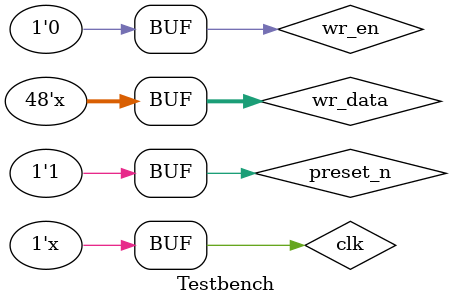
<source format=v>
`timescale 1ns / 1ps

module Testbench();

  wire otxactive;
  wire otxserial;
  reg clk;
  reg preset_n;
  reg [47:0]wr_data;
  reg wr_en;
  wire [47:0] fifo_data_frame;
  wire fifo_w_en;


  read_test read_test_i
  (clk,
   fifo_data_frame,
   fifo_w_en,
   otxactive,
  otxserial,
   wr_data,
   wr_en);

/*
design_1_wrapper design_1
   (Tx_Active,
    Tx_Serial,
    clk,
    preset_n,
    wr_data,
    wr_en);

*/
    
    initial 
    begin
        clk = 1;
        wr_data = 48'bx;
        wr_en = 0;
        preset_n = 0;
    end
    
    always #5 clk = ~clk;
    
    initial
    begin
        # 10 preset_n = 1;
        // Write Data Frame
            wr_data = 48'h8104abcdef00;
        #10 wr_en =1;
        #10 wr_data = 48'h000312345670;
        #10 wr_data = 48'h000312345671;
        #10 wr_data = 48'h000312345672;
        #10 wr_data = 48'h000312345673;
//        #10 wr_data = 48'h000312345674;
//        #10 wr_data = 48'h000112345675;
//        #10 wr_data = 48'h000212345676;
//        #10 wr_data = 48'h000412345677;
        // Read Data Frame
        #10 wr_data = 48'h0101abcdef00;
        
////        // Write Data Frame
//        #10 wr_data = 48'h8109abeeef07;
//        #10 wr_data = 48'h000398765430;
//        #10 wr_data = 48'h000298765431;
//        #10 wr_data = 48'h000198765432;
//        #10 wr_data = 48'h000398765433;
//        #10 wr_data = 48'h000298765434;
//        #10 wr_data = 48'h000198765435;
//        #10 wr_data = 48'h000098765436;
//        #10 wr_data = 48'h000398765437;
//        #10 wr_data = 48'h000398765438;
//          // Read Data Frame
////        #10 wr_data = 48'h0108adfcba00;
////        // Write Data Frame
//        #10 wr_data = 48'h8102abeeef07;
//        #10 wr_data = 48'h000374125890;
//        #10 wr_data = 48'h000074125891;
        #10 wr_en =0;
            wr_data = 48'hx;   
            
    end
    
    
//    initial #250000 $stop;
endmodule
</source>
